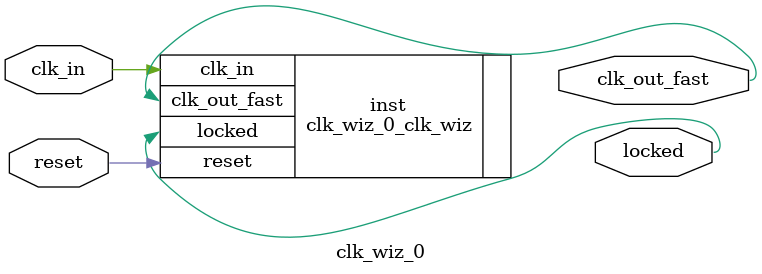
<source format=v>


`timescale 1ps/1ps

(* CORE_GENERATION_INFO = "clk_wiz_0,clk_wiz_v6_0_4_0_0,{component_name=clk_wiz_0,use_phase_alignment=false,use_min_o_jitter=false,use_max_i_jitter=false,use_dyn_phase_shift=false,use_inclk_switchover=false,use_dyn_reconfig=false,enable_axi=0,feedback_source=FDBK_ONCHIP,PRIMITIVE=MMCM,num_out_clk=1,clkin1_period=8.000,clkin2_period=10.000,use_power_down=false,use_reset=true,use_locked=true,use_inclk_stopped=false,feedback_type=SINGLE,CLOCK_MGR_TYPE=NA,manual_override=false}" *)

module clk_wiz_0 
 (
  // Clock out ports
  output        clk_out_fast,
  // Status and control signals
  input         reset,
  output        locked,
 // Clock in ports
  input         clk_in
 );

  clk_wiz_0_clk_wiz inst
  (
  // Clock out ports  
  .clk_out_fast(clk_out_fast),
  // Status and control signals               
  .reset(reset), 
  .locked(locked),
 // Clock in ports
  .clk_in(clk_in)
  );

endmodule

</source>
